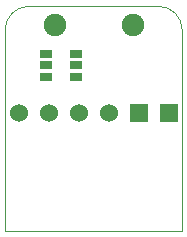
<source format=gbs>
G04 #@! TF.FileFunction,Soldermask,Bot*
%FSLAX46Y46*%
G04 Gerber Fmt 4.6, Leading zero omitted, Abs format (unit mm)*
G04 Created by KiCad (PCBNEW (2014-12-01 BZR 5309)-product) date Wed Dec  3 13:36:29 2014*
%MOMM*%
G01*
G04 APERTURE LIST*
%ADD10C,0.100000*%
%ADD11C,1.905000*%
%ADD12R,1.524000X1.524000*%
%ADD13C,1.524000*%
%ADD14R,1.000760X0.701040*%
G04 APERTURE END LIST*
D10*
X110000000Y-32000000D02*
X110000000Y-49000000D01*
X125000000Y-49000000D02*
X125000000Y-46000000D01*
X110000000Y-49000000D02*
X125000000Y-49000000D01*
X125000000Y-46000000D02*
X125000000Y-44000000D01*
X125000000Y-44000000D02*
X125000000Y-32000000D01*
X123000000Y-30000000D02*
X112000000Y-30000000D01*
X125000000Y-32000000D02*
G75*
G03X123000000Y-30000000I-2000000J0D01*
G01*
X112000000Y-30000000D02*
G75*
G03X110000000Y-32000000I0J-2000000D01*
G01*
D11*
X120802000Y-31583000D03*
X114198000Y-31583000D03*
D12*
X123850000Y-39000000D03*
X121310000Y-39000000D03*
D13*
X118770000Y-39000000D03*
X116230000Y-39000000D03*
X113690000Y-39000000D03*
X111150000Y-39000000D03*
D14*
X113430000Y-34047500D03*
X113430000Y-35000000D03*
X113430000Y-35952500D03*
X115970000Y-35952500D03*
X115970000Y-35000000D03*
X115970000Y-34047500D03*
M02*

</source>
